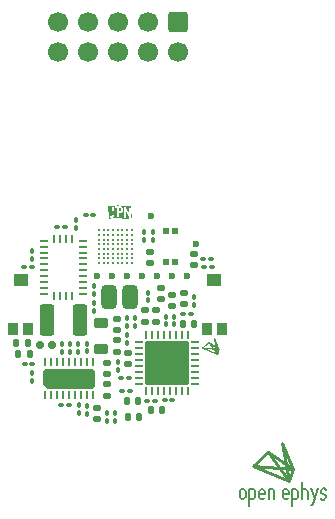
<source format=gts>
%TF.GenerationSoftware,KiCad,Pcbnew,(6.0.0)*%
%TF.CreationDate,2022-12-05T09:44:38-05:00*%
%TF.ProjectId,headstage-16stim,68656164-7374-4616-9765-2d3136737469,A*%
%TF.SameCoordinates,Original*%
%TF.FileFunction,Soldermask,Top*%
%TF.FilePolarity,Negative*%
%FSLAX46Y46*%
G04 Gerber Fmt 4.6, Leading zero omitted, Abs format (unit mm)*
G04 Created by KiCad (PCBNEW (6.0.0)) date 2022-12-05 09:44:38*
%MOMM*%
%LPD*%
G01*
G04 APERTURE LIST*
G04 Aperture macros list*
%AMRoundRect*
0 Rectangle with rounded corners*
0 $1 Rounding radius*
0 $2 $3 $4 $5 $6 $7 $8 $9 X,Y pos of 4 corners*
0 Add a 4 corners polygon primitive as box body*
4,1,4,$2,$3,$4,$5,$6,$7,$8,$9,$2,$3,0*
0 Add four circle primitives for the rounded corners*
1,1,$1+$1,$2,$3*
1,1,$1+$1,$4,$5*
1,1,$1+$1,$6,$7*
1,1,$1+$1,$8,$9*
0 Add four rect primitives between the rounded corners*
20,1,$1+$1,$2,$3,$4,$5,0*
20,1,$1+$1,$4,$5,$6,$7,0*
20,1,$1+$1,$6,$7,$8,$9,0*
20,1,$1+$1,$8,$9,$2,$3,0*%
%AMFreePoly0*
4,1,18,-0.825000,1.870000,-0.495000,2.200000,0.577500,2.200000,0.672214,2.181160,0.752509,2.127509,0.806160,2.047214,0.825000,1.952500,0.825000,-1.952500,0.806160,-2.047214,0.752509,-2.127509,0.672214,-2.181160,0.577500,-2.200000,-0.577500,-2.200000,-0.672214,-2.181160,-0.752509,-2.127509,-0.806160,-2.047214,-0.825000,-1.952500,-0.825000,1.870000,-0.825000,1.870000,$1*%
G04 Aperture macros list end*
%ADD10C,0.180000*%
%ADD11C,0.275000*%
%ADD12RoundRect,0.325000X0.325000X0.675000X-0.325000X0.675000X-0.325000X-0.675000X0.325000X-0.675000X0*%
%ADD13RoundRect,0.147500X0.172500X-0.147500X0.172500X0.147500X-0.172500X0.147500X-0.172500X-0.147500X0*%
%ADD14RoundRect,0.147500X0.147500X0.172500X-0.147500X0.172500X-0.147500X-0.172500X0.147500X-0.172500X0*%
%ADD15RoundRect,0.100000X-0.130000X-0.100000X0.130000X-0.100000X0.130000X0.100000X-0.130000X0.100000X0*%
%ADD16RoundRect,0.027500X0.247500X-0.247500X0.247500X0.247500X-0.247500X0.247500X-0.247500X-0.247500X0*%
%ADD17RoundRect,0.100000X-0.100000X0.130000X-0.100000X-0.130000X0.100000X-0.130000X0.100000X0.130000X0*%
%ADD18C,0.185000*%
%ADD19RoundRect,0.100000X0.100000X-0.130000X0.100000X0.130000X-0.100000X0.130000X-0.100000X-0.130000X0*%
%ADD20RoundRect,0.050000X-0.250000X0.200000X-0.250000X-0.200000X0.250000X-0.200000X0.250000X0.200000X0*%
%ADD21RoundRect,0.050000X-0.250000X0.075000X-0.250000X-0.075000X0.250000X-0.075000X0.250000X0.075000X0*%
%ADD22RoundRect,0.050000X0.075000X0.250000X-0.075000X0.250000X-0.075000X-0.250000X0.075000X-0.250000X0*%
%ADD23RoundRect,0.059200X1.790800X1.790800X-1.790800X1.790800X-1.790800X-1.790800X1.790800X-1.790800X0*%
%ADD24RoundRect,0.250000X-0.600000X0.600000X-0.600000X-0.600000X0.600000X-0.600000X0.600000X0.600000X0*%
%ADD25C,1.700000*%
%ADD26RoundRect,0.140000X-0.140000X-0.170000X0.140000X-0.170000X0.140000X0.170000X-0.140000X0.170000X0*%
%ADD27RoundRect,0.140000X-0.170000X0.140000X-0.170000X-0.140000X0.170000X-0.140000X0.170000X0.140000X0*%
%ADD28RoundRect,0.085000X-0.340000X-0.465000X0.340000X-0.465000X0.340000X0.465000X-0.340000X0.465000X0*%
%ADD29RoundRect,0.110000X-0.490000X-0.440000X0.490000X-0.440000X0.490000X0.440000X-0.490000X0.440000X0*%
%ADD30RoundRect,0.100000X0.130000X0.100000X-0.130000X0.100000X-0.130000X-0.100000X0.130000X-0.100000X0*%
%ADD31RoundRect,0.140000X0.170000X-0.140000X0.170000X0.140000X-0.170000X0.140000X-0.170000X-0.140000X0*%
%ADD32RoundRect,0.140000X0.140000X0.170000X-0.140000X0.170000X-0.140000X-0.170000X0.140000X-0.170000X0*%
%ADD33FreePoly0,90.000000*%
%ADD34R,0.250000X0.650000*%
%ADD35R,0.675000X0.254000*%
%ADD36R,0.254000X0.675000*%
%ADD37RoundRect,0.218750X-0.381250X0.218750X-0.381250X-0.218750X0.381250X-0.218750X0.381250X0.218750X0*%
%ADD38RoundRect,0.250000X-0.375000X-1.075000X0.375000X-1.075000X0.375000X1.075000X-0.375000X1.075000X0*%
%ADD39C,0.600000*%
%ADD40RoundRect,0.150000X0.150000X0.200000X-0.150000X0.200000X-0.150000X-0.200000X0.150000X-0.200000X0*%
G04 APERTURE END LIST*
%TO.C,G\u002A\u002A\u002A*%
G36*
X122760422Y-54622795D02*
G01*
X122756814Y-54574631D01*
X122753052Y-54524133D01*
X122749174Y-54471816D01*
X122745218Y-54418195D01*
X122741221Y-54363788D01*
X122737221Y-54309110D01*
X122733255Y-54254676D01*
X122729362Y-54201004D01*
X122725580Y-54148609D01*
X122721945Y-54098008D01*
X122718496Y-54049715D01*
X122715271Y-54004248D01*
X122712307Y-53962122D01*
X122709642Y-53923853D01*
X122707313Y-53889958D01*
X122705360Y-53860953D01*
X122703818Y-53837352D01*
X122702726Y-53819674D01*
X122702122Y-53808433D01*
X122702044Y-53804145D01*
X122702056Y-53804121D01*
X122706279Y-53803293D01*
X122717261Y-53802051D01*
X122734292Y-53800445D01*
X122756658Y-53798524D01*
X122783648Y-53796337D01*
X122814550Y-53793934D01*
X122848652Y-53791364D01*
X122885243Y-53788676D01*
X122923609Y-53785918D01*
X122963039Y-53783141D01*
X123002822Y-53780393D01*
X123042245Y-53777723D01*
X123080596Y-53775182D01*
X123117164Y-53772817D01*
X123151236Y-53770677D01*
X123182100Y-53768814D01*
X123209045Y-53767274D01*
X123231359Y-53766108D01*
X123248329Y-53765364D01*
X123259244Y-53765093D01*
X123263392Y-53765342D01*
X123263403Y-53765356D01*
X123264005Y-53769572D01*
X123265106Y-53780787D01*
X123266667Y-53798498D01*
X123268647Y-53822203D01*
X123271009Y-53851401D01*
X123273711Y-53885591D01*
X123276715Y-53924269D01*
X123279982Y-53966935D01*
X123283471Y-54013087D01*
X123287145Y-54062222D01*
X123290963Y-54113839D01*
X123293975Y-54154948D01*
X123297869Y-54208037D01*
X123301641Y-54258965D01*
X123305252Y-54307236D01*
X123308665Y-54352355D01*
X123311841Y-54393828D01*
X123314740Y-54431158D01*
X123317324Y-54463852D01*
X123319555Y-54491413D01*
X123321393Y-54513348D01*
X123322800Y-54529160D01*
X123323737Y-54538355D01*
X123324118Y-54540616D01*
X123324884Y-54536970D01*
X123326593Y-54526352D01*
X123329177Y-54509239D01*
X123332568Y-54486112D01*
X123336699Y-54457447D01*
X123341502Y-54423724D01*
X123346908Y-54385421D01*
X123352851Y-54343016D01*
X123359262Y-54296988D01*
X123366073Y-54247816D01*
X123373217Y-54195978D01*
X123380627Y-54141953D01*
X123381463Y-54135837D01*
X123388891Y-54081575D01*
X123396046Y-54029430D01*
X123402860Y-53979882D01*
X123409266Y-53933412D01*
X123415200Y-53890499D01*
X123420592Y-53851624D01*
X123425377Y-53817267D01*
X123429488Y-53787907D01*
X123432858Y-53764026D01*
X123435421Y-53746102D01*
X123437109Y-53734617D01*
X123437857Y-53730051D01*
X123437878Y-53729992D01*
X123441684Y-53730311D01*
X123452338Y-53731577D01*
X123469238Y-53733713D01*
X123491785Y-53736637D01*
X123519377Y-53740271D01*
X123551414Y-53744535D01*
X123587294Y-53749350D01*
X123626416Y-53754636D01*
X123668181Y-53760314D01*
X123698239Y-53764421D01*
X123741655Y-53770352D01*
X123782979Y-53775973D01*
X123821592Y-53781202D01*
X123856876Y-53785956D01*
X123888213Y-53790153D01*
X123914986Y-53793710D01*
X123936576Y-53796545D01*
X123952366Y-53798574D01*
X123961736Y-53799716D01*
X123964113Y-53799943D01*
X123969572Y-53796965D01*
X123970692Y-53791366D01*
X123970692Y-53782761D01*
X124307878Y-53766876D01*
X124357551Y-53764568D01*
X124405070Y-53762423D01*
X124449900Y-53760463D01*
X124491505Y-53758707D01*
X124529349Y-53757176D01*
X124562897Y-53755890D01*
X124591614Y-53754870D01*
X124614963Y-53754137D01*
X124632410Y-53753711D01*
X124643419Y-53753612D01*
X124647453Y-53753862D01*
X124647454Y-53753862D01*
X124647862Y-53757818D01*
X124648589Y-53768766D01*
X124649609Y-53786195D01*
X124650899Y-53809592D01*
X124652435Y-53838448D01*
X124654190Y-53872250D01*
X124656143Y-53910488D01*
X124658266Y-53952649D01*
X124660538Y-53998223D01*
X124662932Y-54046699D01*
X124665425Y-54097565D01*
X124667992Y-54150309D01*
X124670609Y-54204421D01*
X124673252Y-54259389D01*
X124675895Y-54314702D01*
X124678515Y-54369848D01*
X124681087Y-54424317D01*
X124683587Y-54477596D01*
X124685990Y-54529176D01*
X124688273Y-54578543D01*
X124690409Y-54625187D01*
X124692376Y-54668598D01*
X124694149Y-54708262D01*
X124695702Y-54743670D01*
X124697013Y-54774309D01*
X124698056Y-54799669D01*
X124698807Y-54819237D01*
X124699242Y-54832504D01*
X124699336Y-54838957D01*
X124699282Y-54839515D01*
X124695509Y-54839794D01*
X124684875Y-54840392D01*
X124668031Y-54841277D01*
X124645626Y-54842419D01*
X124618311Y-54843786D01*
X124586736Y-54845348D01*
X124551551Y-54847073D01*
X124513407Y-54848930D01*
X124472953Y-54850888D01*
X124430840Y-54852917D01*
X124387718Y-54854985D01*
X124344238Y-54857061D01*
X124301049Y-54859114D01*
X124258802Y-54861113D01*
X124218148Y-54863027D01*
X124179735Y-54864824D01*
X124144215Y-54866475D01*
X124112237Y-54867948D01*
X124084453Y-54869211D01*
X124061511Y-54870234D01*
X124044063Y-54870985D01*
X124032759Y-54871434D01*
X124028347Y-54871554D01*
X124025630Y-54867899D01*
X124023296Y-54857707D01*
X124021755Y-54844205D01*
X124021195Y-54835707D01*
X124020331Y-54820418D01*
X124019198Y-54799057D01*
X124017832Y-54772344D01*
X124016268Y-54741000D01*
X124014543Y-54705745D01*
X124012692Y-54667298D01*
X124010751Y-54626380D01*
X124008757Y-54583711D01*
X124008254Y-54572865D01*
X124006294Y-54530773D01*
X124004411Y-54490949D01*
X124002639Y-54454020D01*
X124001007Y-54420612D01*
X123999548Y-54391353D01*
X123998293Y-54366869D01*
X123997273Y-54347789D01*
X123996519Y-54334738D01*
X123996064Y-54328344D01*
X123995979Y-54327793D01*
X123995322Y-54331254D01*
X123993740Y-54341578D01*
X123991316Y-54358176D01*
X123988131Y-54380460D01*
X123984270Y-54407841D01*
X123979813Y-54439731D01*
X123974845Y-54475540D01*
X123969448Y-54514681D01*
X123963704Y-54556565D01*
X123958903Y-54591741D01*
X123952912Y-54635510D01*
X123947166Y-54677088D01*
X123941751Y-54715877D01*
X123936752Y-54751278D01*
X123932256Y-54782693D01*
X123928349Y-54809523D01*
X123925118Y-54831168D01*
X123922648Y-54847030D01*
X123921026Y-54856510D01*
X123920402Y-54859093D01*
X123916379Y-54858984D01*
X123905490Y-54857916D01*
X123888313Y-54855963D01*
X123865430Y-54853199D01*
X123837421Y-54849696D01*
X123804867Y-54845529D01*
X123768348Y-54840771D01*
X123728446Y-54835496D01*
X123685739Y-54829778D01*
X123640810Y-54823689D01*
X123636991Y-54823168D01*
X123591723Y-54817007D01*
X123548499Y-54811155D01*
X123507916Y-54805690D01*
X123470571Y-54800691D01*
X123437060Y-54796238D01*
X123407980Y-54792409D01*
X123383927Y-54789282D01*
X123365498Y-54786938D01*
X123353290Y-54785455D01*
X123347899Y-54784911D01*
X123347807Y-54784910D01*
X123343158Y-54785542D01*
X123341022Y-54788539D01*
X123340852Y-54795738D01*
X123341717Y-54805317D01*
X123343815Y-54825643D01*
X123319828Y-54828000D01*
X123307118Y-54829148D01*
X123288586Y-54830678D01*
X123264951Y-54832540D01*
X123236934Y-54834684D01*
X123205256Y-54837058D01*
X123170636Y-54839612D01*
X123133796Y-54842295D01*
X123095455Y-54845056D01*
X123056335Y-54847845D01*
X123017155Y-54850611D01*
X122978636Y-54853304D01*
X122941499Y-54855871D01*
X122906464Y-54858264D01*
X122874252Y-54860430D01*
X122845583Y-54862319D01*
X122821177Y-54863881D01*
X122801755Y-54865064D01*
X122788037Y-54865819D01*
X122780744Y-54866094D01*
X122779734Y-54866038D01*
X122779211Y-54862112D01*
X122778194Y-54851207D01*
X122776721Y-54833839D01*
X122774830Y-54810523D01*
X122772558Y-54781776D01*
X122769944Y-54748113D01*
X122767024Y-54710052D01*
X122765349Y-54688001D01*
X122835427Y-54688001D01*
X122837559Y-54709888D01*
X122844633Y-54730089D01*
X122848883Y-54737188D01*
X122860089Y-54748882D01*
X122876591Y-54760698D01*
X122896282Y-54771449D01*
X122917055Y-54779948D01*
X122932308Y-54784178D01*
X122951167Y-54786767D01*
X122974564Y-54788012D01*
X122999729Y-54787945D01*
X123023897Y-54786594D01*
X123044298Y-54783991D01*
X123049585Y-54782897D01*
X123086087Y-54771063D01*
X123119412Y-54753212D01*
X123150670Y-54728708D01*
X123160494Y-54719281D01*
X123185743Y-54690210D01*
X123432991Y-54690210D01*
X123436064Y-54715709D01*
X123445146Y-54736767D01*
X123456225Y-54750012D01*
X123474413Y-54762110D01*
X123495786Y-54768534D01*
X123518250Y-54768963D01*
X123539711Y-54763077D01*
X123540216Y-54762847D01*
X123551847Y-54756255D01*
X123561811Y-54748622D01*
X123563534Y-54746900D01*
X123567971Y-54741818D01*
X123571724Y-54736578D01*
X123574889Y-54730483D01*
X123577562Y-54722839D01*
X123579839Y-54712950D01*
X123581817Y-54700120D01*
X123583592Y-54683655D01*
X123585260Y-54662859D01*
X123586917Y-54637037D01*
X123588659Y-54605493D01*
X123590582Y-54567533D01*
X123591808Y-54542533D01*
X123599944Y-54375554D01*
X123667830Y-54377686D01*
X123694389Y-54378376D01*
X123714951Y-54378516D01*
X123731022Y-54378039D01*
X123744108Y-54376880D01*
X123755716Y-54374975D01*
X123761930Y-54373606D01*
X123802136Y-54360321D01*
X123839120Y-54340618D01*
X123872209Y-54315152D01*
X123900731Y-54284579D01*
X123924014Y-54249552D01*
X123941385Y-54210728D01*
X123946754Y-54193457D01*
X123949663Y-54178816D01*
X123952241Y-54158480D01*
X123954398Y-54134267D01*
X123956047Y-54107998D01*
X123957098Y-54081492D01*
X123957462Y-54056568D01*
X123957052Y-54035047D01*
X123955777Y-54018747D01*
X123955401Y-54016215D01*
X123944856Y-53974508D01*
X123927997Y-53936049D01*
X123905421Y-53901424D01*
X123898126Y-53893468D01*
X124045323Y-53893468D01*
X124045345Y-53904783D01*
X124045592Y-53919000D01*
X124046077Y-53936523D01*
X124046811Y-53957754D01*
X124047806Y-53983096D01*
X124049074Y-54012955D01*
X124050626Y-54047732D01*
X124052475Y-54087832D01*
X124054632Y-54133657D01*
X124057110Y-54185611D01*
X124059920Y-54244098D01*
X124063073Y-54309521D01*
X124064518Y-54339476D01*
X124067758Y-54406203D01*
X124070696Y-54465770D01*
X124073355Y-54518533D01*
X124075755Y-54564843D01*
X124077918Y-54605055D01*
X124079866Y-54639521D01*
X124081618Y-54668596D01*
X124083198Y-54692633D01*
X124084625Y-54711984D01*
X124085922Y-54727005D01*
X124087109Y-54738047D01*
X124088208Y-54745465D01*
X124089207Y-54749522D01*
X124100015Y-54768945D01*
X124115718Y-54784165D01*
X124134812Y-54794428D01*
X124155789Y-54798980D01*
X124177145Y-54797068D01*
X124181610Y-54795751D01*
X124202668Y-54785035D01*
X124219729Y-54768945D01*
X124227197Y-54757516D01*
X124231350Y-54748376D01*
X124233759Y-54738934D01*
X124234776Y-54726864D01*
X124234755Y-54709844D01*
X124234712Y-54707919D01*
X124234376Y-54697402D01*
X124233720Y-54680400D01*
X124232784Y-54657805D01*
X124231610Y-54630505D01*
X124230240Y-54599392D01*
X124228714Y-54565356D01*
X124227075Y-54529286D01*
X124225363Y-54492073D01*
X124223620Y-54454608D01*
X124221888Y-54417780D01*
X124220207Y-54382480D01*
X124218619Y-54349598D01*
X124217165Y-54320025D01*
X124215887Y-54294649D01*
X124214825Y-54274363D01*
X124214022Y-54260055D01*
X124213626Y-54253943D01*
X124213247Y-54242743D01*
X124213896Y-54235663D01*
X124215101Y-54234227D01*
X124218024Y-54238141D01*
X124223575Y-54247283D01*
X124230906Y-54260209D01*
X124237730Y-54272765D01*
X124243118Y-54282775D01*
X124251730Y-54298664D01*
X124263176Y-54319715D01*
X124277066Y-54345213D01*
X124293009Y-54374442D01*
X124310616Y-54406688D01*
X124329495Y-54441234D01*
X124349257Y-54477365D01*
X124366386Y-54508659D01*
X124386329Y-54545081D01*
X124405521Y-54580133D01*
X124423600Y-54613155D01*
X124440206Y-54643487D01*
X124454976Y-54670468D01*
X124467549Y-54693438D01*
X124477564Y-54711737D01*
X124484659Y-54724704D01*
X124488280Y-54731328D01*
X124503765Y-54754060D01*
X124521493Y-54769627D01*
X124541517Y-54778057D01*
X124563889Y-54779378D01*
X124575140Y-54777570D01*
X124594795Y-54769790D01*
X124612264Y-54756622D01*
X124625585Y-54739837D01*
X124631445Y-54726717D01*
X124632122Y-54723292D01*
X124632607Y-54717773D01*
X124632886Y-54709773D01*
X124632946Y-54698901D01*
X124632771Y-54684767D01*
X124632348Y-54666983D01*
X124631662Y-54645159D01*
X124630699Y-54618905D01*
X124629446Y-54587832D01*
X124627887Y-54551551D01*
X124626009Y-54509671D01*
X124623797Y-54461804D01*
X124621238Y-54407559D01*
X124618316Y-54346548D01*
X124615343Y-54285052D01*
X124612140Y-54219178D01*
X124609267Y-54160394D01*
X124606696Y-54108279D01*
X124604399Y-54062411D01*
X124602349Y-54022370D01*
X124600520Y-53987734D01*
X124598885Y-53958082D01*
X124597415Y-53932993D01*
X124596085Y-53912047D01*
X124594866Y-53894821D01*
X124593732Y-53880895D01*
X124592655Y-53869848D01*
X124591609Y-53861259D01*
X124590567Y-53854706D01*
X124589500Y-53849769D01*
X124588383Y-53846026D01*
X124587187Y-53843057D01*
X124586810Y-53842254D01*
X124574020Y-53823922D01*
X124556602Y-53810435D01*
X124536135Y-53802387D01*
X124514195Y-53800378D01*
X124492359Y-53805001D01*
X124490391Y-53805789D01*
X124471202Y-53816617D01*
X124457499Y-53831166D01*
X124448851Y-53850203D01*
X124444824Y-53874495D01*
X124444405Y-53887479D01*
X124444585Y-53896622D01*
X124445100Y-53912396D01*
X124445910Y-53933921D01*
X124446973Y-53960319D01*
X124448251Y-53990711D01*
X124449702Y-54024217D01*
X124451287Y-54059958D01*
X124452966Y-54097057D01*
X124454698Y-54134632D01*
X124456443Y-54171806D01*
X124458161Y-54207698D01*
X124459812Y-54241431D01*
X124461356Y-54272125D01*
X124462752Y-54298901D01*
X124463960Y-54320880D01*
X124464941Y-54337183D01*
X124464968Y-54337596D01*
X124465865Y-54352846D01*
X124465990Y-54361684D01*
X124465176Y-54365193D01*
X124463258Y-54364454D01*
X124461203Y-54362034D01*
X124460108Y-54360617D01*
X124458963Y-54359032D01*
X124457539Y-54356867D01*
X124455610Y-54353708D01*
X124452948Y-54349142D01*
X124449328Y-54342754D01*
X124444520Y-54334133D01*
X124438300Y-54322863D01*
X124430439Y-54308533D01*
X124420710Y-54290727D01*
X124408887Y-54269034D01*
X124394743Y-54243039D01*
X124378049Y-54212329D01*
X124358581Y-54176490D01*
X124336109Y-54135110D01*
X124310408Y-54087775D01*
X124293973Y-54057504D01*
X124274167Y-54021139D01*
X124255190Y-53986512D01*
X124237380Y-53954231D01*
X124221079Y-53924901D01*
X124206627Y-53899131D01*
X124194365Y-53877525D01*
X124184631Y-53860692D01*
X124177768Y-53849238D01*
X124174114Y-53843769D01*
X124174030Y-53843672D01*
X124160960Y-53832719D01*
X124144725Y-53824090D01*
X124128530Y-53819338D01*
X124122957Y-53818872D01*
X124100112Y-53822285D01*
X124078792Y-53832033D01*
X124060889Y-53846997D01*
X124050488Y-53861622D01*
X124049263Y-53863921D01*
X124048181Y-53866298D01*
X124047253Y-53869156D01*
X124046491Y-53872898D01*
X124045908Y-53877929D01*
X124045515Y-53884651D01*
X124045323Y-53893468D01*
X123898126Y-53893468D01*
X123877728Y-53871220D01*
X123845515Y-53846023D01*
X123809381Y-53826422D01*
X123769923Y-53813002D01*
X123743049Y-53807908D01*
X123724344Y-53805816D01*
X123701602Y-53803897D01*
X123676092Y-53802194D01*
X123649083Y-53800753D01*
X123621844Y-53799617D01*
X123595642Y-53798833D01*
X123571747Y-53798445D01*
X123551428Y-53798498D01*
X123535953Y-53799037D01*
X123526591Y-53800107D01*
X123526088Y-53800231D01*
X123510327Y-53807519D01*
X123495165Y-53819677D01*
X123482792Y-53834528D01*
X123475400Y-53849899D01*
X123475163Y-53850790D01*
X123474565Y-53856139D01*
X123473648Y-53868406D01*
X123472442Y-53886994D01*
X123470975Y-53911310D01*
X123469278Y-53940759D01*
X123467381Y-53974746D01*
X123465314Y-54012677D01*
X123463106Y-54053958D01*
X123460788Y-54097994D01*
X123458389Y-54144190D01*
X123455939Y-54191952D01*
X123453468Y-54240686D01*
X123451006Y-54289796D01*
X123448583Y-54338689D01*
X123446228Y-54386770D01*
X123443972Y-54433444D01*
X123441844Y-54478117D01*
X123439875Y-54520194D01*
X123438093Y-54559081D01*
X123436530Y-54594183D01*
X123435214Y-54624906D01*
X123434176Y-54650655D01*
X123433446Y-54670835D01*
X123433052Y-54684853D01*
X123432991Y-54690210D01*
X123185743Y-54690210D01*
X123190218Y-54685058D01*
X123212618Y-54649302D01*
X123227758Y-54611881D01*
X123235702Y-54572666D01*
X123236523Y-54563306D01*
X123236712Y-54554661D01*
X123236612Y-54539401D01*
X123236247Y-54518185D01*
X123235641Y-54491673D01*
X123234818Y-54460524D01*
X123233802Y-54425398D01*
X123232617Y-54386954D01*
X123231288Y-54345853D01*
X123229839Y-54302752D01*
X123228293Y-54258313D01*
X123226675Y-54213194D01*
X123225010Y-54168055D01*
X123223320Y-54123556D01*
X123221631Y-54080356D01*
X123219966Y-54039114D01*
X123218350Y-54000491D01*
X123216807Y-53965146D01*
X123215361Y-53933738D01*
X123214035Y-53906927D01*
X123212855Y-53885373D01*
X123211844Y-53869734D01*
X123211027Y-53860672D01*
X123210744Y-53858971D01*
X123203409Y-53842824D01*
X123190859Y-53827328D01*
X123175220Y-53814757D01*
X123164059Y-53809095D01*
X123141864Y-53804377D01*
X123119857Y-53806486D01*
X123099507Y-53814837D01*
X123082281Y-53828848D01*
X123070434Y-53846281D01*
X123060647Y-53866284D01*
X123072034Y-54174313D01*
X123074337Y-54236649D01*
X123076372Y-54291920D01*
X123078143Y-54340575D01*
X123079659Y-54383063D01*
X123080925Y-54419833D01*
X123081948Y-54451335D01*
X123082735Y-54478017D01*
X123083292Y-54500328D01*
X123083625Y-54518719D01*
X123083742Y-54533636D01*
X123083649Y-54545531D01*
X123083353Y-54554852D01*
X123082859Y-54562048D01*
X123082175Y-54567568D01*
X123081308Y-54571861D01*
X123080263Y-54575376D01*
X123079048Y-54578563D01*
X123077992Y-54581093D01*
X123071218Y-54592762D01*
X123061113Y-54605331D01*
X123054180Y-54612183D01*
X123031791Y-54627256D01*
X123007302Y-54635446D01*
X122981788Y-54636614D01*
X122956324Y-54630622D01*
X122946284Y-54626134D01*
X122929680Y-54620538D01*
X122910497Y-54618437D01*
X122891881Y-54619914D01*
X122878294Y-54624329D01*
X122863328Y-54634669D01*
X122849967Y-54648418D01*
X122840552Y-54663015D01*
X122838700Y-54667612D01*
X122835427Y-54688001D01*
X122765349Y-54688001D01*
X122763838Y-54668107D01*
X122760422Y-54622795D01*
G37*
G36*
X123678276Y-53955572D02*
G01*
X123704055Y-53957604D01*
X123732659Y-53961774D01*
X123755253Y-53969028D01*
X123772959Y-53980062D01*
X123786896Y-53995571D01*
X123798056Y-54015958D01*
X123801195Y-54023545D01*
X123803329Y-54030668D01*
X123804566Y-54038825D01*
X123805016Y-54049515D01*
X123804790Y-54064237D01*
X123803995Y-54084490D01*
X123803641Y-54092341D01*
X123801577Y-54124085D01*
X123798319Y-54149411D01*
X123793432Y-54169385D01*
X123786476Y-54185072D01*
X123777013Y-54197535D01*
X123764606Y-54207839D01*
X123753278Y-54214696D01*
X123741402Y-54220153D01*
X123728280Y-54223875D01*
X123712539Y-54226005D01*
X123692805Y-54226688D01*
X123667705Y-54226068D01*
X123652372Y-54225295D01*
X123635441Y-54224189D01*
X123621504Y-54222993D01*
X123612134Y-54221861D01*
X123608923Y-54221048D01*
X123608838Y-54217105D01*
X123609097Y-54206621D01*
X123609657Y-54190563D01*
X123610474Y-54169900D01*
X123611504Y-54145598D01*
X123612703Y-54118626D01*
X123614027Y-54089951D01*
X123615434Y-54060542D01*
X123616878Y-54031365D01*
X123618317Y-54003390D01*
X123619706Y-53977583D01*
X123620773Y-53958814D01*
X123624637Y-53956013D01*
X123635667Y-53954537D01*
X123653625Y-53954389D01*
X123678276Y-53955572D01*
G37*
G36*
X130735159Y-65894757D02*
G01*
X130715139Y-65886467D01*
X130700850Y-65880594D01*
X130692710Y-65877313D01*
X130691200Y-65876741D01*
X130675276Y-65868075D01*
X130662000Y-65855061D01*
X130653290Y-65839799D01*
X130651464Y-65833274D01*
X130650535Y-65828535D01*
X130649838Y-65824206D01*
X130649665Y-65819980D01*
X130650310Y-65815548D01*
X130652069Y-65810603D01*
X130655234Y-65804834D01*
X130660099Y-65797935D01*
X130666957Y-65789596D01*
X130676103Y-65779510D01*
X130678707Y-65776813D01*
X130840190Y-65776813D01*
X130843657Y-65777750D01*
X130853335Y-65779138D01*
X130868142Y-65780852D01*
X130886994Y-65782769D01*
X130908807Y-65784768D01*
X130914282Y-65785239D01*
X130932561Y-65786795D01*
X130950140Y-65788300D01*
X130967654Y-65789810D01*
X130985740Y-65791382D01*
X131005030Y-65793071D01*
X131026160Y-65794934D01*
X131049766Y-65797027D01*
X131076481Y-65799408D01*
X131106940Y-65802132D01*
X131141780Y-65805255D01*
X131181633Y-65808835D01*
X131227136Y-65812927D01*
X131278923Y-65817588D01*
X131312186Y-65820583D01*
X131357766Y-65824685D01*
X131396591Y-65828167D01*
X131429194Y-65831064D01*
X131456106Y-65833413D01*
X131477862Y-65835250D01*
X131494993Y-65836612D01*
X131508034Y-65837535D01*
X131517516Y-65838056D01*
X131523972Y-65838210D01*
X131527936Y-65838035D01*
X131529940Y-65837566D01*
X131530517Y-65836841D01*
X131530200Y-65835895D01*
X131529934Y-65835449D01*
X131525709Y-65829122D01*
X131517814Y-65817802D01*
X131506670Y-65802068D01*
X131492696Y-65782500D01*
X131476315Y-65759675D01*
X131457946Y-65734173D01*
X131438011Y-65706573D01*
X131416931Y-65677452D01*
X131395127Y-65647391D01*
X131373019Y-65616967D01*
X131351028Y-65586760D01*
X131344867Y-65578313D01*
X131483346Y-65578313D01*
X131486210Y-65583524D01*
X131492035Y-65592063D01*
X131497066Y-65599054D01*
X131505822Y-65611233D01*
X131517760Y-65627843D01*
X131532335Y-65648125D01*
X131549004Y-65671325D01*
X131567224Y-65696685D01*
X131586450Y-65723449D01*
X131591946Y-65731100D01*
X131678676Y-65851844D01*
X131737832Y-65857764D01*
X131758951Y-65859826D01*
X131778489Y-65861639D01*
X131794848Y-65863061D01*
X131806430Y-65863952D01*
X131810263Y-65864167D01*
X131823537Y-65864650D01*
X131818372Y-65839952D01*
X131814852Y-65826527D01*
X131810677Y-65815470D01*
X131806927Y-65809396D01*
X131802801Y-65806189D01*
X131793294Y-65799163D01*
X131778988Y-65788739D01*
X131760467Y-65775338D01*
X131738313Y-65759380D01*
X131713111Y-65741285D01*
X131685442Y-65721474D01*
X131655891Y-65700369D01*
X131645145Y-65692707D01*
X131615116Y-65671301D01*
X131586792Y-65651102D01*
X131560750Y-65632524D01*
X131537569Y-65615979D01*
X131517827Y-65601879D01*
X131502102Y-65590639D01*
X131490972Y-65582669D01*
X131485015Y-65578384D01*
X131484248Y-65577823D01*
X131483346Y-65578313D01*
X131344867Y-65578313D01*
X131329576Y-65557348D01*
X131309084Y-65529310D01*
X131289971Y-65503225D01*
X131272660Y-65479671D01*
X131257571Y-65459228D01*
X131245124Y-65442474D01*
X131235742Y-65429988D01*
X131229844Y-65422349D01*
X131227869Y-65420095D01*
X131224716Y-65422504D01*
X131216730Y-65429410D01*
X131204431Y-65440335D01*
X131188343Y-65454797D01*
X131168986Y-65472316D01*
X131146883Y-65492413D01*
X131122555Y-65514606D01*
X131096524Y-65538417D01*
X131069311Y-65563365D01*
X131041440Y-65588970D01*
X131013430Y-65614752D01*
X130985805Y-65640230D01*
X130959086Y-65664925D01*
X130933795Y-65688356D01*
X130910453Y-65710044D01*
X130889582Y-65729508D01*
X130871705Y-65746268D01*
X130857342Y-65759843D01*
X130847016Y-65769755D01*
X130841248Y-65775523D01*
X130840190Y-65776813D01*
X130678707Y-65776813D01*
X130687829Y-65767367D01*
X130702431Y-65752860D01*
X130720200Y-65735679D01*
X130741432Y-65715517D01*
X130766420Y-65692065D01*
X130795457Y-65665015D01*
X130828837Y-65634058D01*
X130866855Y-65598885D01*
X130909802Y-65559189D01*
X130931961Y-65538709D01*
X130970098Y-65503503D01*
X131006853Y-65469657D01*
X131041855Y-65437511D01*
X131074732Y-65407401D01*
X131105112Y-65379665D01*
X131132624Y-65354640D01*
X131156896Y-65332665D01*
X131177556Y-65314075D01*
X131194233Y-65299210D01*
X131206555Y-65288407D01*
X131214151Y-65282002D01*
X131216477Y-65280307D01*
X131234389Y-65276019D01*
X131252566Y-65278693D01*
X131260044Y-65281977D01*
X131264772Y-65285047D01*
X131274984Y-65292065D01*
X131290223Y-65302707D01*
X131310032Y-65316650D01*
X131333954Y-65333570D01*
X131361533Y-65353142D01*
X131392311Y-65375043D01*
X131425832Y-65398948D01*
X131461638Y-65424533D01*
X131499274Y-65451474D01*
X131526354Y-65470888D01*
X131564694Y-65498366D01*
X131601306Y-65524556D01*
X131635761Y-65549154D01*
X131667624Y-65571852D01*
X131696463Y-65592343D01*
X131721847Y-65610323D01*
X131743343Y-65625483D01*
X131760519Y-65637519D01*
X131772942Y-65646123D01*
X131780181Y-65650990D01*
X131781946Y-65652003D01*
X131781465Y-65648278D01*
X131779722Y-65637895D01*
X131776814Y-65621385D01*
X131772839Y-65599280D01*
X131770041Y-65583907D01*
X131884420Y-65583907D01*
X131884735Y-65587676D01*
X131886257Y-65597602D01*
X131888810Y-65612657D01*
X131892216Y-65631810D01*
X131896298Y-65654033D01*
X131898664Y-65666643D01*
X131914073Y-65748214D01*
X131937856Y-65765951D01*
X131952407Y-65776454D01*
X131961790Y-65782355D01*
X131966367Y-65783844D01*
X131966517Y-65781162D01*
X131948871Y-65737892D01*
X131933792Y-65700983D01*
X131921104Y-65670012D01*
X131910632Y-65644554D01*
X131902198Y-65624187D01*
X131895627Y-65608487D01*
X131890743Y-65597031D01*
X131887368Y-65589395D01*
X131885328Y-65585157D01*
X131884446Y-65583892D01*
X131884420Y-65583907D01*
X131770041Y-65583907D01*
X131767894Y-65572112D01*
X131762076Y-65540413D01*
X131755484Y-65504714D01*
X131748214Y-65465548D01*
X131740364Y-65423445D01*
X131732031Y-65378939D01*
X131727048Y-65352405D01*
X131718435Y-65306472D01*
X131710224Y-65262430D01*
X131702514Y-65220834D01*
X131695408Y-65182240D01*
X131689004Y-65147204D01*
X131683406Y-65116281D01*
X131678712Y-65090027D01*
X131675025Y-65068998D01*
X131672444Y-65053749D01*
X131671072Y-65044835D01*
X131670868Y-65042856D01*
X131673708Y-65030013D01*
X131681446Y-65016116D01*
X131692577Y-65003646D01*
X131696686Y-65000306D01*
X131711936Y-64993233D01*
X131729142Y-64991859D01*
X131746344Y-64995700D01*
X131761585Y-65004274D01*
X131772906Y-65017096D01*
X131774191Y-65019447D01*
X131776359Y-65024378D01*
X131781119Y-65035669D01*
X131788297Y-65052903D01*
X131797724Y-65075662D01*
X131809228Y-65103530D01*
X131822637Y-65136089D01*
X131837780Y-65172923D01*
X131854486Y-65213615D01*
X131872583Y-65257748D01*
X131891900Y-65304905D01*
X131912265Y-65354669D01*
X131933508Y-65406623D01*
X131955456Y-65460350D01*
X131957694Y-65465831D01*
X131979732Y-65519790D01*
X132001097Y-65572068D01*
X132021615Y-65622245D01*
X132041115Y-65669897D01*
X132059422Y-65714605D01*
X132076365Y-65755946D01*
X132091770Y-65793499D01*
X132105464Y-65826842D01*
X132117274Y-65855555D01*
X132127028Y-65879215D01*
X132134552Y-65897400D01*
X132139674Y-65909691D01*
X132142221Y-65915664D01*
X132142317Y-65915874D01*
X132148980Y-65936852D01*
X132148735Y-65956416D01*
X132145168Y-65968131D01*
X132143223Y-65973790D01*
X132139410Y-65985782D01*
X132133938Y-66003424D01*
X132127015Y-66026031D01*
X132118850Y-66052920D01*
X132109649Y-66083405D01*
X132099622Y-66116804D01*
X132088976Y-66152432D01*
X132082607Y-66173826D01*
X132071727Y-66210372D01*
X132061379Y-66245039D01*
X132051769Y-66277151D01*
X132043098Y-66306031D01*
X132035572Y-66331001D01*
X132029394Y-66351384D01*
X132024769Y-66366503D01*
X132021899Y-66375682D01*
X132021114Y-66378031D01*
X132012204Y-66392225D01*
X131998504Y-66402227D01*
X131981495Y-66407616D01*
X131962658Y-66407973D01*
X131943474Y-66402876D01*
X131939685Y-66401146D01*
X131934357Y-66398766D01*
X131922700Y-66393737D01*
X131905128Y-66386233D01*
X131882059Y-66376428D01*
X131853909Y-66364498D01*
X131821092Y-66350618D01*
X131784026Y-66334961D01*
X131743125Y-66317703D01*
X131698807Y-66299018D01*
X131651486Y-66279081D01*
X131601579Y-66258067D01*
X131549502Y-66236151D01*
X131495671Y-66213506D01*
X131440501Y-66190308D01*
X131384408Y-66166732D01*
X131327809Y-66142952D01*
X131271119Y-66119143D01*
X131214754Y-66095480D01*
X131159131Y-66072136D01*
X131104664Y-66049288D01*
X131051771Y-66027110D01*
X131000866Y-66005776D01*
X130952366Y-65985461D01*
X130906687Y-65966340D01*
X130864245Y-65948588D01*
X130825455Y-65932378D01*
X130790733Y-65917887D01*
X130772525Y-65910300D01*
X131064061Y-65910300D01*
X131064227Y-65910499D01*
X131067943Y-65912324D01*
X131077854Y-65916725D01*
X131093433Y-65923480D01*
X131114154Y-65932370D01*
X131139490Y-65943173D01*
X131168914Y-65955669D01*
X131201900Y-65969637D01*
X131237921Y-65984855D01*
X131276451Y-66001104D01*
X131316963Y-66018162D01*
X131358930Y-66035808D01*
X131401826Y-66053823D01*
X131445125Y-66071984D01*
X131488299Y-66090071D01*
X131530822Y-66107864D01*
X131572168Y-66125141D01*
X131611810Y-66141682D01*
X131649220Y-66157266D01*
X131683874Y-66171673D01*
X131715244Y-66184680D01*
X131742803Y-66196068D01*
X131766025Y-66205616D01*
X131784383Y-66213102D01*
X131797351Y-66218307D01*
X131804403Y-66221009D01*
X131805571Y-66221346D01*
X131803793Y-66218188D01*
X131798154Y-66209713D01*
X131789083Y-66196530D01*
X131777007Y-66179252D01*
X131762356Y-66158489D01*
X131745558Y-66134852D01*
X131727041Y-66108953D01*
X131714374Y-66091315D01*
X131694689Y-66064122D01*
X131676088Y-66038750D01*
X131659048Y-66015826D01*
X131644046Y-65995976D01*
X131631559Y-65979829D01*
X131625499Y-65972287D01*
X131766875Y-65972287D01*
X131768676Y-65975337D01*
X131774186Y-65983488D01*
X131782824Y-65995909D01*
X131794012Y-66011771D01*
X131807168Y-66030244D01*
X131816270Y-66042938D01*
X131830456Y-66062541D01*
X131843205Y-66079908D01*
X131853911Y-66094234D01*
X131861969Y-66104716D01*
X131866775Y-66110551D01*
X131867864Y-66111477D01*
X131867662Y-66107625D01*
X131866264Y-66097766D01*
X131863861Y-66083080D01*
X131860645Y-66064744D01*
X131857356Y-66046848D01*
X131853377Y-66026171D01*
X131849693Y-66008023D01*
X131846564Y-65993616D01*
X131845759Y-65990325D01*
X131960976Y-65990325D01*
X131961018Y-65994320D01*
X131962268Y-66004161D01*
X131964524Y-66018511D01*
X131967588Y-66036035D01*
X131968810Y-66042654D01*
X131973376Y-66067001D01*
X131976798Y-66085061D01*
X131979272Y-66097739D01*
X131980994Y-66105942D01*
X131982161Y-66110577D01*
X131982969Y-66112550D01*
X131983614Y-66112767D01*
X131983936Y-66112500D01*
X131985445Y-66108665D01*
X131988641Y-66099048D01*
X131993131Y-66084883D01*
X131998520Y-66067404D01*
X132001840Y-66056440D01*
X132007500Y-66037394D01*
X132012322Y-66020705D01*
X132015939Y-66007681D01*
X132017986Y-65999627D01*
X132018309Y-65997789D01*
X132015029Y-65995848D01*
X132006566Y-65993768D01*
X131995045Y-65991825D01*
X131982589Y-65990296D01*
X131971323Y-65989457D01*
X131963370Y-65989585D01*
X131960976Y-65990325D01*
X131845759Y-65990325D01*
X131844253Y-65984166D01*
X131843129Y-65980938D01*
X131838994Y-65979748D01*
X131829523Y-65978169D01*
X131816617Y-65976420D01*
X131802178Y-65974714D01*
X131788106Y-65973269D01*
X131776304Y-65972299D01*
X131768674Y-65972021D01*
X131766875Y-65972287D01*
X131625499Y-65972287D01*
X131622064Y-65968011D01*
X131616038Y-65961150D01*
X131614268Y-65959665D01*
X131609453Y-65958867D01*
X131597945Y-65957515D01*
X131580341Y-65955666D01*
X131557242Y-65953376D01*
X131529244Y-65950702D01*
X131496948Y-65947701D01*
X131460951Y-65944428D01*
X131421852Y-65940940D01*
X131380251Y-65937294D01*
X131345116Y-65934263D01*
X131301818Y-65930537D01*
X131260455Y-65926949D01*
X131221637Y-65923551D01*
X131185972Y-65920399D01*
X131154070Y-65917548D01*
X131126539Y-65915052D01*
X131103988Y-65912966D01*
X131087026Y-65911345D01*
X131076262Y-65910244D01*
X131072529Y-65909775D01*
X131065770Y-65909117D01*
X131064061Y-65910300D01*
X130772525Y-65910300D01*
X130760496Y-65905288D01*
X130735159Y-65894757D01*
G37*
D10*
%TO.C,*%
X140880000Y-77708750D02*
G75*
G03*
X140700000Y-77888750I1J-180001D01*
G01*
X140960000Y-78658750D02*
G75*
G03*
X141140000Y-78478750I-1J180001D01*
G01*
X138600000Y-78628750D02*
G75*
G03*
X138780000Y-78448750I-1J180001D01*
G01*
X137860000Y-78628750D02*
G75*
G03*
X137930000Y-78558750I-2J70002D01*
G01*
X136780000Y-77928750D02*
G75*
G03*
X136600000Y-77748750I-180001J-1D01*
G01*
X134160000Y-78628750D02*
G75*
G03*
X134340000Y-78448750I-1J180001D01*
G01*
X133860000Y-78448750D02*
G75*
G03*
X134040000Y-78628750I180001J1D01*
G01*
X134970000Y-78628750D02*
G75*
G03*
X135150000Y-78448750I-1J180001D01*
G01*
X135660000Y-77748750D02*
G75*
G03*
X135480000Y-77928750I1J-180001D01*
G01*
X134340000Y-77928750D02*
G75*
G03*
X134160000Y-77748750I-180001J-1D01*
G01*
X135840000Y-78628750D02*
G75*
G03*
X135910000Y-78558750I-2J70002D01*
G01*
X137680000Y-77748750D02*
G75*
G03*
X137500000Y-77928750I1J-180001D01*
G01*
X138780000Y-77928750D02*
G75*
G03*
X138600000Y-77748750I-180001J-1D01*
G01*
X134040000Y-77748750D02*
G75*
G03*
X133860000Y-77928750I1J-180001D01*
G01*
X139620000Y-77928750D02*
G75*
G03*
X139440000Y-77748750I-180001J-1D01*
G01*
X135960000Y-77928750D02*
G75*
G03*
X135780000Y-77748750I-180001J-1D01*
G01*
X137500000Y-78448750D02*
G75*
G03*
X137680000Y-78628750I180001J1D01*
G01*
X135480000Y-78448750D02*
G75*
G03*
X135660000Y-78628750I180001J1D01*
G01*
X137980000Y-77928750D02*
G75*
G03*
X137800000Y-77748750I-180001J-1D01*
G01*
X135150000Y-77928750D02*
G75*
G03*
X134970000Y-77748750I-180001J-1D01*
G01*
X133860000Y-77928750D02*
X133860000Y-78448750D01*
X136780000Y-78628750D02*
X136780000Y-77928750D01*
X140830000Y-78658750D02*
X140790000Y-78638750D01*
X135780000Y-77748750D02*
X135660000Y-77748750D01*
X139850000Y-77658750D02*
X140180000Y-78618750D01*
X141050000Y-77728750D02*
X141100000Y-77758750D01*
X141100000Y-77758750D02*
X141120000Y-77788750D01*
X140490000Y-77658750D02*
X140070000Y-79008750D01*
X139140000Y-78618750D02*
X139140000Y-77198750D01*
D11*
X138060000Y-77088750D02*
X137460000Y-73888750D01*
D10*
X138780000Y-78448750D02*
X138780000Y-77928750D01*
X137980000Y-77948750D02*
X137980000Y-78188750D01*
X137800000Y-77748750D02*
X137680000Y-77748750D01*
X137500000Y-77928750D02*
X137500000Y-78448750D01*
X141010000Y-77708750D02*
X141050000Y-77728750D01*
X134340000Y-78448750D02*
X134340000Y-77928750D01*
X140700000Y-77898750D02*
X140700000Y-77948750D01*
X134670000Y-78638750D02*
X134670000Y-79158750D01*
X140840000Y-78658750D02*
X140960000Y-78658750D01*
D11*
X138360000Y-76088750D02*
X136260000Y-74588750D01*
X138060000Y-77088750D02*
X138360000Y-76088750D01*
X138060000Y-77088750D02*
X134960000Y-75788750D01*
X134960000Y-75788750D02*
X138360000Y-76088750D01*
D10*
X141120000Y-77788750D02*
X141120000Y-77808750D01*
X138300000Y-78628750D02*
X138600000Y-78628750D01*
X134160000Y-77748750D02*
X134040000Y-77748750D01*
X141140000Y-78468750D02*
X141140000Y-78418750D01*
X139900000Y-79148750D02*
X139850000Y-79148750D01*
X134670000Y-78628750D02*
X134970000Y-78628750D01*
X136600000Y-77748750D02*
X136300000Y-77748750D01*
X138600000Y-77748750D02*
X138300000Y-77748750D01*
X141130000Y-78368750D02*
X141040000Y-78278750D01*
X137560000Y-78188750D02*
X137980000Y-78188750D01*
X140750000Y-78058750D02*
X140910000Y-78178750D01*
D11*
X134960000Y-75788750D02*
X136260000Y-74588750D01*
D10*
X138300000Y-77748750D02*
X138300000Y-78628750D01*
X134970000Y-77748750D02*
X134670000Y-77748750D01*
X140700000Y-77948750D02*
X140710000Y-77998750D01*
X140720000Y-78578750D02*
X140720000Y-78558750D01*
X135150000Y-78448750D02*
X135150000Y-77928750D01*
X140060000Y-79028750D02*
X139990000Y-79128750D01*
X135480000Y-77928750D02*
X135480000Y-78448750D01*
X138300000Y-78638750D02*
X138300000Y-79158750D01*
D11*
X137460000Y-73888750D02*
X138360000Y-76088750D01*
X136260000Y-74588750D02*
X138060000Y-77088750D01*
D10*
X135660000Y-78628750D02*
X135840000Y-78628750D01*
X140790000Y-78638750D02*
X140740000Y-78608750D01*
X140740000Y-78608750D02*
X140720000Y-78578750D01*
X137680000Y-78628750D02*
X137860000Y-78628750D01*
X134670000Y-77748750D02*
X134670000Y-78628750D01*
X134040000Y-78628750D02*
X134160000Y-78628750D01*
X140710000Y-77998750D02*
X140750000Y-78058750D01*
X141000000Y-77708750D02*
X140880000Y-77708750D01*
X141140000Y-78418750D02*
X141130000Y-78368750D01*
X136300000Y-77748750D02*
X136300000Y-78628750D01*
X135960000Y-77948750D02*
X135960000Y-78188750D01*
X139630000Y-78628750D02*
X139620000Y-77928750D01*
X139990000Y-79128750D02*
X139900000Y-79148750D01*
X139440000Y-77748750D02*
X139210000Y-77748750D01*
X135540000Y-78188750D02*
X135960000Y-78188750D01*
X141040000Y-78278750D02*
X140880000Y-78158750D01*
%TD*%
D12*
%TO.C,J1*%
X122770000Y-61500000D03*
X124570000Y-61500000D03*
%TD*%
D13*
%TO.C,L7*%
X127150000Y-61710000D03*
X127150000Y-60740000D03*
%TD*%
%TO.C,L2*%
X123450000Y-65165000D03*
X123450000Y-66135000D03*
%TD*%
D14*
%TO.C,L1*%
X124385000Y-71700000D03*
X125355000Y-71700000D03*
%TD*%
D15*
%TO.C,C41*%
X119370000Y-70650000D03*
X118730000Y-70650000D03*
%TD*%
D16*
%TO.C,SW1*%
X128387953Y-55907359D03*
X127637953Y-55907359D03*
X127637953Y-58557359D03*
X128387953Y-58557359D03*
%TD*%
D17*
%TO.C,C36*%
X118800000Y-65480000D03*
X118800000Y-66120000D03*
%TD*%
D18*
%TO.C,U8*%
X124712953Y-58632359D03*
X124312953Y-58632359D03*
X123912953Y-58632359D03*
X123512953Y-58632359D03*
X123112953Y-58632359D03*
X122712953Y-58632359D03*
X122312953Y-58632359D03*
X121912953Y-58632359D03*
X124712953Y-58232359D03*
X124312953Y-58232359D03*
X123912953Y-58232359D03*
X123512953Y-58232359D03*
X123112953Y-58232359D03*
X122712953Y-58232359D03*
X122312953Y-58232359D03*
X121912953Y-58232359D03*
X124712953Y-57832359D03*
X124312953Y-57832359D03*
X123912953Y-57832359D03*
X123512953Y-57832359D03*
X123112953Y-57832359D03*
X122712953Y-57832359D03*
X122312953Y-57832359D03*
X121912953Y-57832359D03*
X124712953Y-57432359D03*
X124312953Y-57432359D03*
X123912953Y-57432359D03*
X123512953Y-57432359D03*
X123112953Y-57432359D03*
X122712953Y-57432359D03*
X122312953Y-57432359D03*
X121912953Y-57432359D03*
X124712953Y-57032359D03*
X124312953Y-57032359D03*
X123912953Y-57032359D03*
X123512953Y-57032359D03*
X123112953Y-57032359D03*
X122712953Y-57032359D03*
X122312953Y-57032359D03*
X121912953Y-57032359D03*
X124712953Y-56632359D03*
X124312953Y-56632359D03*
X123912953Y-56632359D03*
X123512953Y-56632359D03*
X123112953Y-56632359D03*
X122712953Y-56632359D03*
X122312953Y-56632359D03*
X121912953Y-56632359D03*
X124712953Y-56232359D03*
X124312953Y-56232359D03*
X123912953Y-56232359D03*
X123512953Y-56232359D03*
X123112953Y-56232359D03*
X122712953Y-56232359D03*
X122312953Y-56232359D03*
X121912953Y-56232359D03*
X124712953Y-55832359D03*
X124312953Y-55832359D03*
X123912953Y-55832359D03*
X123512953Y-55832359D03*
X123112953Y-55832359D03*
X122712953Y-55832359D03*
X122312953Y-55832359D03*
X121912953Y-55832359D03*
%TD*%
D19*
%TO.C,R15*%
X126070000Y-61770000D03*
X126070000Y-61130000D03*
%TD*%
D20*
%TO.C,D2*%
X126212953Y-58582359D03*
X126212953Y-57682359D03*
%TD*%
D21*
%TO.C,U7*%
X130100000Y-68849999D03*
X130100000Y-68350000D03*
X130100000Y-67850001D03*
X130100000Y-67350000D03*
X130100000Y-66850000D03*
X130100000Y-66350002D03*
X130100000Y-65850000D03*
X130100000Y-65350001D03*
D22*
X129449999Y-64700000D03*
X128950000Y-64700000D03*
X128450001Y-64700000D03*
X127950000Y-64700000D03*
X127450000Y-64700000D03*
X126950002Y-64700000D03*
X126450000Y-64700000D03*
X125950001Y-64700000D03*
D21*
X125300000Y-65350001D03*
X125300000Y-65850000D03*
X125300000Y-66350002D03*
X125300000Y-66850000D03*
X125300000Y-67350000D03*
X125300000Y-67850001D03*
X125300000Y-68350000D03*
X125300000Y-68849999D03*
D22*
X125950001Y-69500000D03*
X126450000Y-69500000D03*
X126950002Y-69500000D03*
X127450000Y-69500000D03*
X127950000Y-69500000D03*
X128450001Y-69500000D03*
X128950000Y-69500000D03*
X129449999Y-69500000D03*
D23*
X127700000Y-67100000D03*
%TD*%
D24*
%TO.C,J3*%
X128580000Y-38247500D03*
D25*
X128580000Y-40787500D03*
X126040000Y-38247500D03*
X126040000Y-40787500D03*
X123500000Y-38247500D03*
X123500000Y-40787500D03*
X120960000Y-38247500D03*
X120960000Y-40787500D03*
X118420000Y-38247500D03*
X118420000Y-40787500D03*
%TD*%
D26*
%TO.C,C29*%
X116050000Y-66350000D03*
X115090000Y-66350000D03*
%TD*%
D19*
%TO.C,C40*%
X119470000Y-66140000D03*
X119470000Y-65500000D03*
%TD*%
%TO.C,R14*%
X120930000Y-65460000D03*
X120930000Y-66100000D03*
%TD*%
D17*
%TO.C,C20*%
X120000000Y-55620000D03*
X120000000Y-54980000D03*
%TD*%
D19*
%TO.C,R25*%
X125712953Y-56652359D03*
X125712953Y-56012359D03*
%TD*%
D27*
%TO.C,C34*%
X124400000Y-67180000D03*
X124400000Y-66220000D03*
%TD*%
D15*
%TO.C,R7*%
X120810000Y-54570000D03*
X121450000Y-54570000D03*
%TD*%
D28*
%TO.C,D3*%
X131050000Y-64200000D03*
X132350000Y-64200000D03*
D29*
X131700000Y-60050000D03*
%TD*%
D17*
%TO.C,R8*%
X120160000Y-65480000D03*
X120160000Y-66120000D03*
%TD*%
%TO.C,R20*%
X126512953Y-56652359D03*
X126512953Y-56012359D03*
%TD*%
D19*
%TO.C,C8*%
X124300000Y-63280000D03*
X124300000Y-63920000D03*
%TD*%
D30*
%TO.C,C14*%
X123890000Y-69480000D03*
X124530000Y-69480000D03*
%TD*%
D17*
%TO.C,R11*%
X121490000Y-61230000D03*
X121490000Y-60590000D03*
%TD*%
D31*
%TO.C,C12*%
X125830000Y-63600000D03*
X125830000Y-62640000D03*
%TD*%
D19*
%TO.C,C16*%
X128275000Y-63820000D03*
X128275000Y-63180000D03*
%TD*%
D32*
%TO.C,C17*%
X124280000Y-70320000D03*
X125240000Y-70320000D03*
%TD*%
D31*
%TO.C,C63*%
X121800000Y-70870000D03*
X121800000Y-71830000D03*
%TD*%
D15*
%TO.C,C4*%
X128120000Y-70250000D03*
X127480000Y-70250000D03*
%TD*%
D30*
%TO.C,C7*%
X126030000Y-70275000D03*
X126670000Y-70275000D03*
%TD*%
D15*
%TO.C,C26*%
X131400000Y-58270000D03*
X130760000Y-58270000D03*
%TD*%
D17*
%TO.C,C19*%
X122590000Y-71990000D03*
X122590000Y-71350000D03*
%TD*%
D31*
%TO.C,C2*%
X123450000Y-63320000D03*
X123450000Y-64280000D03*
%TD*%
D32*
%TO.C,C1*%
X126300000Y-71100000D03*
X127260000Y-71100000D03*
%TD*%
D33*
%TO.C,U4*%
X119400000Y-68400000D03*
D34*
X117400000Y-66975000D03*
X117900000Y-66975000D03*
X118400000Y-66975000D03*
X118900000Y-66975000D03*
X119400000Y-66975000D03*
X119900000Y-66975000D03*
X120400000Y-66975000D03*
X120900000Y-66975000D03*
X121399857Y-66975000D03*
X121400000Y-69825000D03*
X120900000Y-69825000D03*
X120400000Y-69825000D03*
X119900000Y-69825000D03*
X119400000Y-69825000D03*
X118900000Y-69825000D03*
X118400000Y-69825000D03*
X117900000Y-69825000D03*
X117400000Y-69825000D03*
%TD*%
D17*
%TO.C,C18*%
X123300000Y-71990000D03*
X123300000Y-71350000D03*
%TD*%
D19*
%TO.C,R24*%
X120950000Y-70735000D03*
X120950000Y-71375000D03*
%TD*%
%TO.C,R19*%
X116300000Y-67935000D03*
X116300000Y-68575000D03*
%TD*%
D35*
%TO.C,U3*%
X120562500Y-57237500D03*
X120562500Y-57737500D03*
X120562500Y-58237500D03*
X120562500Y-58737500D03*
X120562500Y-59237500D03*
X120562500Y-59737500D03*
X120562500Y-60237500D03*
X120562500Y-60737500D03*
X120562500Y-61237500D03*
D36*
X119650000Y-61375000D03*
X119150000Y-61375000D03*
X118650000Y-61375000D03*
X118150000Y-61375000D03*
D35*
X117237500Y-61237500D03*
X117237500Y-60737500D03*
X117237500Y-60237500D03*
X117237500Y-59737500D03*
X117237500Y-59237500D03*
X117237500Y-58737500D03*
X117237500Y-58237500D03*
X117237500Y-57737500D03*
X117237500Y-57237500D03*
X117237500Y-56737500D03*
D36*
X118150000Y-56600000D03*
X118650000Y-56600000D03*
X119150000Y-56600000D03*
X119650000Y-56600000D03*
D35*
X120562500Y-56737500D03*
%TD*%
D37*
%TO.C,L9*%
X122100000Y-65862500D03*
X122100000Y-63737500D03*
%TD*%
D19*
%TO.C,R12*%
X121510000Y-62030000D03*
X121510000Y-62670000D03*
%TD*%
D17*
%TO.C,C21*%
X116250000Y-58270000D03*
X116250000Y-57630000D03*
%TD*%
D30*
%TO.C,C9*%
X129055000Y-62975000D03*
X129695000Y-62975000D03*
%TD*%
D19*
%TO.C,C6*%
X129975000Y-61530000D03*
X129975000Y-62170000D03*
%TD*%
%TO.C,C15*%
X124300000Y-64720000D03*
X124300000Y-65360000D03*
%TD*%
D38*
%TO.C,L8*%
X120300000Y-63460000D03*
X117500000Y-63460000D03*
%TD*%
D19*
%TO.C,R4*%
X123510000Y-67660000D03*
X123510000Y-67020000D03*
%TD*%
%TO.C,C5*%
X125000000Y-63280000D03*
X125000000Y-63920000D03*
%TD*%
D31*
%TO.C,C25*%
X129950000Y-57820000D03*
X129950000Y-58780000D03*
%TD*%
D39*
%TO.C,J5*%
X129420000Y-59700000D03*
X128150000Y-59700000D03*
X126880000Y-59700000D03*
X125610000Y-59700000D03*
X124340000Y-59700000D03*
X123070000Y-59700000D03*
X121800000Y-59700000D03*
%TD*%
D31*
%TO.C,C35*%
X128125000Y-62280000D03*
X128125000Y-61320000D03*
%TD*%
D15*
%TO.C,R3*%
X123810000Y-68370000D03*
X124450000Y-68370000D03*
%TD*%
D30*
%TO.C,R17*%
X130820000Y-58970000D03*
X131460000Y-58970000D03*
%TD*%
D19*
%TO.C,C60*%
X120200000Y-70680000D03*
X120200000Y-71320000D03*
%TD*%
D39*
%TO.C,TP9*%
X130120000Y-56970000D03*
%TD*%
D31*
%TO.C,C13*%
X126750000Y-63600000D03*
X126750000Y-62640000D03*
%TD*%
D39*
%TO.C,TP2*%
X126300000Y-54600000D03*
%TD*%
D15*
%TO.C,R10*%
X119020000Y-55600000D03*
X118380000Y-55600000D03*
%TD*%
D30*
%TO.C,R18*%
X115635000Y-67200000D03*
X116275000Y-67200000D03*
%TD*%
D19*
%TO.C,C11*%
X127575000Y-63820000D03*
X127575000Y-63180000D03*
%TD*%
D31*
%TO.C,C3*%
X129100000Y-61170000D03*
X129100000Y-62130000D03*
%TD*%
D15*
%TO.C,R9*%
X116230000Y-59000000D03*
X115590000Y-59000000D03*
%TD*%
D26*
%TO.C,C10*%
X129980000Y-63750000D03*
X129020000Y-63750000D03*
%TD*%
D27*
%TO.C,C64*%
X122600000Y-69850000D03*
X122600000Y-68890000D03*
%TD*%
D26*
%TO.C,C33*%
X115900000Y-65400000D03*
X114940000Y-65400000D03*
%TD*%
D40*
%TO.C,F1*%
X117950000Y-65600000D03*
X116950000Y-65600000D03*
%TD*%
D28*
%TO.C,D1*%
X114650000Y-64200000D03*
X115950000Y-64200000D03*
D29*
X115300000Y-60050000D03*
%TD*%
D31*
%TO.C,C59*%
X122600000Y-67070000D03*
X122600000Y-68030000D03*
%TD*%
M02*

</source>
